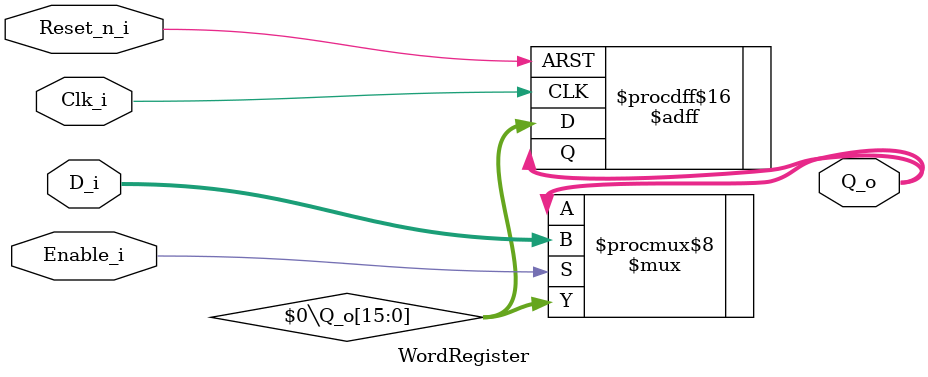
<source format=v>
/* Generated by Yosys 0.3.0+ (git sha1 3b52121) */

(* src = "../../verilog/wordregister.v:1" *)
module WordRegister(Reset_n_i, Clk_i, D_i, Q_o, Enable_i);
  (* src = "../../verilog/wordregister.v:14" *)
  wire [15:0] \$0\Q_o[15:0] ;
  (* intersynth_port = "Clk_i" *)
  (* src = "../../verilog/wordregister.v:5" *)
  input Clk_i;
  (* intersynth_conntype = "Word" *)
  (* src = "../../verilog/wordregister.v:7" *)
  input [15:0] D_i;
  (* intersynth_conntype = "Bit" *)
  (* src = "../../verilog/wordregister.v:11" *)
  input Enable_i;
  (* intersynth_conntype = "Word" *)
  (* src = "../../verilog/wordregister.v:9" *)
  output [15:0] Q_o;
  (* intersynth_port = "Reset_n_i" *)
  (* src = "../../verilog/wordregister.v:3" *)
  input Reset_n_i;
  (* src = "../../verilog/wordregister.v:14" *)
  \$adff  #(
    .ARST_POLARITY(1'b0),
    .ARST_VALUE(16'b0000000000000000),
    .CLK_POLARITY(1'b1),
    .WIDTH(32'b00000000000000000000000000010000)
  ) \$procdff$16  (
    .ARST(Reset_n_i),
    .CLK(Clk_i),
    .D(\$0\Q_o[15:0] ),
    .Q(Q_o)
  );
  \$mux  #(
    .WIDTH(32'b00000000000000000000000000010000)
  ) \$procmux$8  (
    .A(Q_o),
    .B(D_i),
    .S(Enable_i),
    .Y(\$0\Q_o[15:0] )
  );
endmodule

</source>
